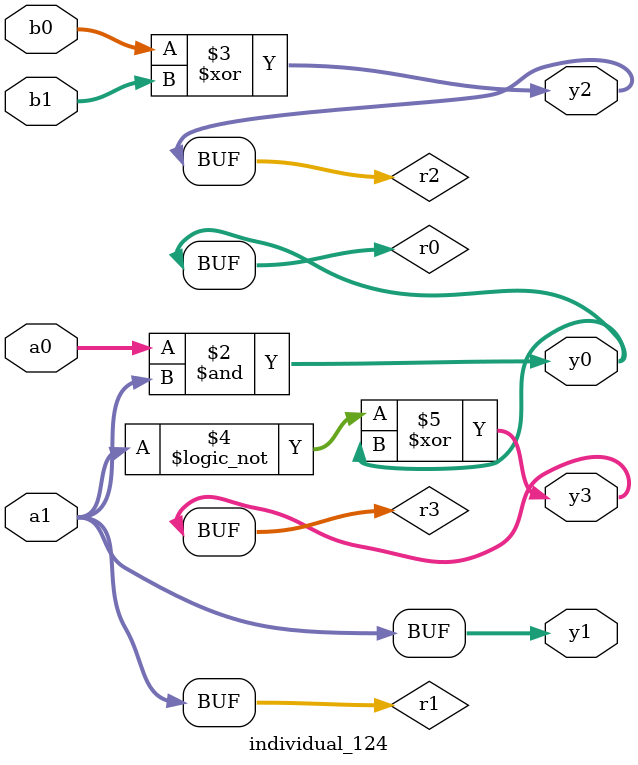
<source format=sv>
module individual_124(input logic [15:0] a1, input logic [15:0] a0, input logic [15:0] b1, input logic [15:0] b0, output logic [15:0] y3, output logic [15:0] y2, output logic [15:0] y1, output logic [15:0] y0);
logic [15:0] r0, r1, r2, r3; 
 always@(*) begin 
	 r0 = a0; r1 = a1; r2 = b0; r3 = b1; 
 	 r0  &=  a1 ;
 	 r2  ^=  b1 ;
 	 r3 = ! r1 ;
 	 r3  ^=  r0 ;
 	 y3 = r3; y2 = r2; y1 = r1; y0 = r0; 
end
endmodule
</source>
